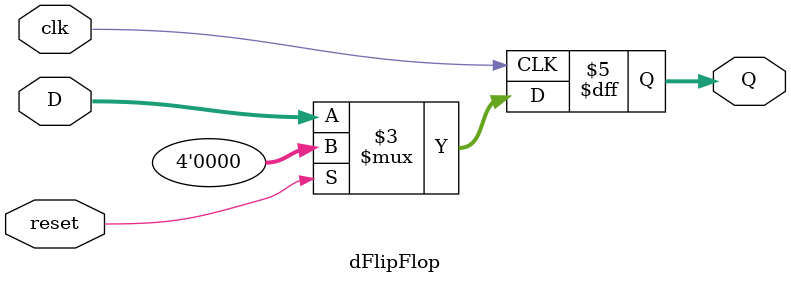
<source format=sv>
`timescale 1ns / 1ps


module dFlipFlop( input logic clk, reset,
                  input logic [3:0] D,
                  output logic [3:0] Q
    );

always_ff @(posedge clk)
    begin
        if(reset)
        Q <=4'b0;
        else
        Q<= D;
    end
endmodule

</source>
